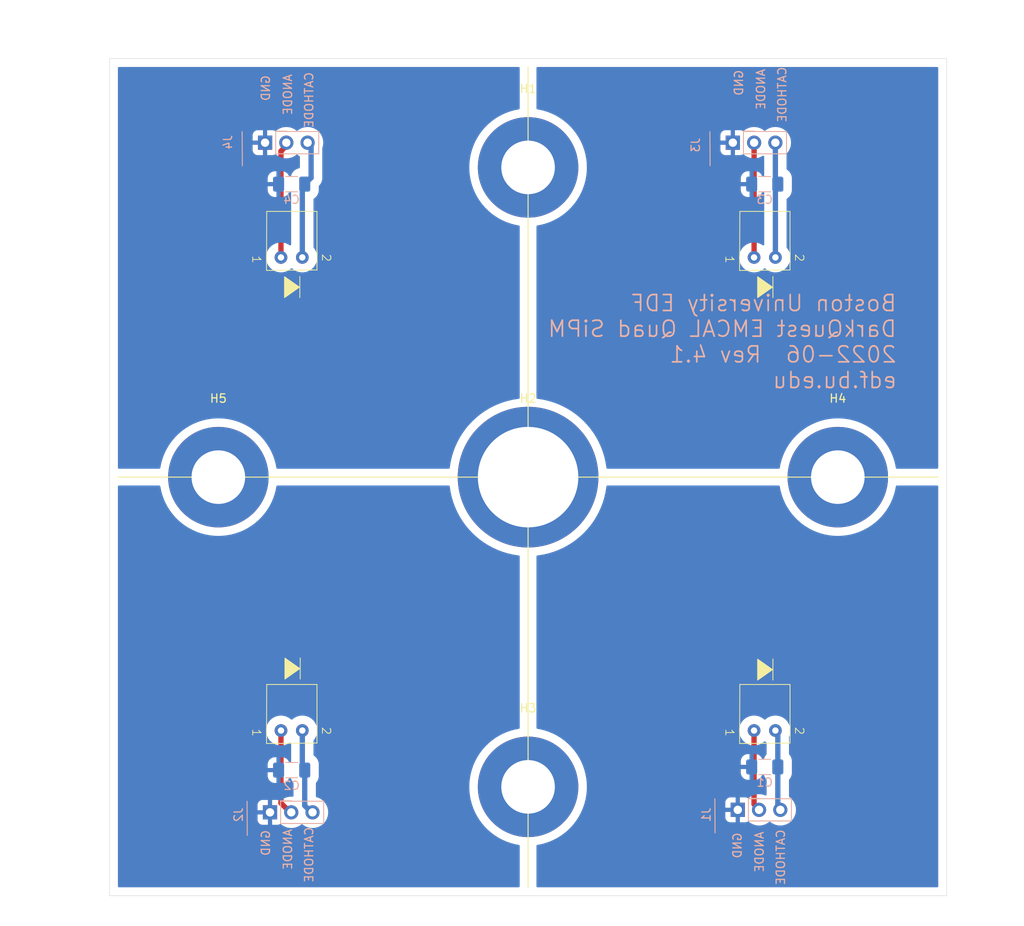
<source format=kicad_pcb>
(kicad_pcb (version 20221018) (generator pcbnew)
  (title_block (title "DarkQuest Quad SiPM (through-hole)"))
  (layers (0 "F.Cu" signal) (31 "B.Cu" signal) (34 "B.Paste" user) (35 "F.Paste" user) (36 "B.SilkS" user "B.Silkscreen") (37 "F.SilkS" user "F.Silkscreen") (38 "B.Mask" user) (39 "F.Mask" user) (44 "Edge.Cuts" user))
  (net 0 "")
  (net 1 "Net-(J1-Pin_1)")
  (net 2 "Net-(J2-Pin_1)")
  (net 3 "Net-(J3-Pin_1)")
  (net 4 "Net-(J4-Pin_1)")
  (net 5 "Net-(D1-K)")
  (net 6 "Net-(D2-K)")
  (net 7 "Net-(D3-K)")
  (net 8 "Net-(D4-K)")
  (net 9 "Net-(D1-A)")
  (net 10 "Net-(D2-A)")
  (net 11 "Net-(D3-A)")
  (net 12 "Net-(D4-A)")
  (footprint "quad_sipm:MountingHole_8.4mm_M8_Pad" (layer "F.Cu") (at 100 100)
    (fp_text reference "H2" (at 0 -9.4) (layer "F.SilkS"))
    (fp_text value "MountingHole")
    (pad "1" thru_hole circle (at 0 0) (size 16.8 16.8) (drill 12) (layers "*.Cu" "*.Mask"))
  )
  (footprint "quad_sipm:MountingHole_6.4_pad" (layer "F.Cu") (at 100 137)
    (fp_text reference "H3" (at 0 -9.4) (layer "F.SilkS"))
    (fp_text value "MountingHole")
    (pad "1" thru_hole circle (at 0 0) (size 12 12) (drill 6.4) (layers "*.Cu" "*.Mask"))
  )
  (footprint "quad_sipm:MountingHole_6.4_pad" (layer "F.Cu") (at 137 100)
    (fp_text reference "H4" (at 0 -9.4) (layer "F.SilkS"))
    (fp_text value "MountingHole")
    (pad "1" thru_hole circle (at 0 0) (size 12 12) (drill 6.4) (layers "*.Cu" "*.Mask"))
  )
  (footprint "quad_sipm:MountingHole_6.4_pad" (layer "F.Cu") (at 63 100)
    (fp_text reference "H5" (at 0 -9.4) (layer "F.SilkS"))
    (fp_text value "MountingHole")
    (pad "1" thru_hole circle (at 0 0) (size 12 12) (drill 6.4) (layers "*.Cu" "*.Mask"))
  )
  (footprint "quad_sipm:MountingHole_6.4_pad" (layer "F.Cu") (at 100 63)
    (fp_text reference "H1" (at 0 -9.4) (layer "F.SilkS"))
    (fp_text value "MountingHole")
    (pad "1" thru_hole circle (at 0 0) (size 12 12) (drill 6.4) (layers "*.Cu" "*.Mask"))
  )
  (footprint "Diode_THT:SiPM_throughhole" (layer "F.Cu") (at 71.755 128.27 -90)
    (fp_text reference "D2" hide)
    (fp_text value "D_SiPM")
    (fp_text user "2" (at 1.5 -3.55 -90 unlocked) (layer "F.SilkS") (effects (font (thickness 0.1)) (justify left bottom)))
    (fp_text user "1" (at 1.7 4.775 -90 unlocked) (layer "F.SilkS") (effects (font (thickness 0.1)) (justify left bottom)))
    (fp_line (start -4.15 -1.025) (end -6.675 -1.025) (stroke (width 0.1)) (layer "F.SilkS"))
    (fp_line (start -3.5 -3.025) (end 3.5 -3.025) (stroke (width 0.1)) (layer "F.SilkS"))
    (fp_line (start -3.5 2.975) (end -3.5 -3.025) (stroke (width 0.1)) (layer "F.SilkS"))
    (fp_line (start 3.5 -3.025) (end 3.55 3) (stroke (width 0.1)) (layer "F.SilkS"))
    (fp_line (start 3.55 3) (end -3.5 2.975) (stroke (width 0.1)) (layer "F.SilkS"))
    (fp_poly (pts (xy -4.15 0.8) (xy -5.4 -0.975) (xy -6.65 0.8)) (stroke (width 0.1)) (fill solid) (layer "F.SilkS"))
    (pad "1" thru_hole circle (at 2 1.275 270) (size 1.524 1.524) (drill 0.762) (layers "*.Cu" "*.Mask") (net 10 "Net-(D2-A)"))
    (pad "2" thru_hole circle (at 2 -1.275 270) (size 1.524 1.524) (drill 0.762) (layers "*.Cu" "*.Mask") (net 6 "Net-(D2-K)"))
  )
  (footprint "Diode_THT:SiPM_throughhole" (layer "F.Cu") (at 128.27 128.27 -90)
    (fp_text reference "D1" hide)
    (fp_text value "D_SiPM")
    (fp_text user "1" (at 1.7 4.775 -90 unlocked) (layer "F.SilkS") (effects (font (thickness 0.1)) (justify left bottom)))
    (fp_text user "2" (at 1.5 -3.55 -90 unlocked) (layer "F.SilkS") (effects (font (thickness 0.1)) (justify left bottom)))
    (fp_line (start -4.025 -0.975) (end -6.55 -0.975) (stroke (width 0.1)) (layer "F.SilkS"))
    (fp_line (start -3.5 -3.025) (end 3.5 -3.025) (stroke (width 0.1)) (layer "F.SilkS"))
    (fp_line (start -3.5 2.975) (end -3.5 -3.025) (stroke (width 0.1)) (layer "F.SilkS"))
    (fp_line (start 3.5 -3.025) (end 3.55 3) (stroke (width 0.1)) (layer "F.SilkS"))
    (fp_line (start 3.55 3) (end -3.5 2.975) (stroke (width 0.1)) (layer "F.SilkS"))
    (fp_poly (pts (xy -4.025 0.85) (xy -5.275 -0.925) (xy -6.525 0.85)) (stroke (width 0.1)) (fill solid) (layer "F.SilkS"))
    (pad "1" thru_hole circle (at 2 1.275 270) (size 1.524 1.524) (drill 0.762) (layers "*.Cu" "*.Mask") (net 9 "Net-(D1-A)"))
    (pad "2" thru_hole circle (at 2 -1.275 270) (size 1.524 1.524) (drill 0.762) (layers "*.Cu" "*.Mask") (net 5 "Net-(D1-K)"))
  )
  (footprint "Diode_THT:SiPM_throughhole" (layer "F.Cu") (at 71.755 71.755 -90)
    (fp_text reference "D4" hide)
    (fp_text value "D_SiPM")
    (fp_text user "1" (at 1.7 4.775 -90 unlocked) (layer "F.SilkS") (effects (font (thickness 0.1)) (justify left bottom)))
    (fp_text user "2" (at 1.5 -3.55 -90 unlocked) (layer "F.SilkS") (effects (font (thickness 0.1)) (justify left bottom)))
    (fp_line (start -3.5 -3.025) (end 3.5 -3.025) (stroke (width 0.1)) (layer "F.SilkS"))
    (fp_line (start -3.5 2.975) (end -3.5 -3.025) (stroke (width 0.1)) (layer "F.SilkS"))
    (fp_line (start 3.5 -3.025) (end 3.55 3) (stroke (width 0.1)) (layer "F.SilkS"))
    (fp_line (start 3.55 3) (end -3.5 2.975) (stroke (width 0.1)) (layer "F.SilkS"))
    (fp_line (start 6.8 -0.975) (end 4.275 -0.975) (stroke (width 0.1)) (layer "F.SilkS"))
    (fp_poly (pts (xy 6.8 0.85) (xy 5.55 -0.925) (xy 4.3 0.85)) (stroke (width 0.1)) (fill solid) (layer "F.SilkS"))
    (pad "1" thru_hole circle (at 2 1.275 270) (size 1.524 1.524) (drill 0.762) (layers "*.Cu" "*.Mask") (net 12 "Net-(D4-A)"))
    (pad "2" thru_hole circle (at 2 -1.275 270) (size 1.524 1.524) (drill 0.762) (layers "*.Cu" "*.Mask") (net 8 "Net-(D4-K)"))
  )
  (footprint "Diode_THT:SiPM_throughhole" (layer "F.Cu") (at 128.27 71.755 -90)
    (fp_text reference "D3" hide)
    (fp_text value "D_SiPM")
    (fp_text user "1" (at 1.7 4.775 -90 unlocked) (layer "F.SilkS") (effects (font (thickness 0.1)) (justify left bottom)))
    (fp_text user "2" (at 1.5 -3.55 -90 unlocked) (layer "F.SilkS") (effects (font (thickness 0.1)) (justify left bottom)))
    (fp_line (start -3.5 -3.025) (end 3.5 -3.025) (stroke (width 0.1)) (layer "F.SilkS"))
    (fp_line (start -3.5 2.975) (end -3.5 -3.025) (stroke (width 0.1)) (layer "F.SilkS"))
    (fp_line (start 3.5 -3.025) (end 3.55 3) (stroke (width 0.1)) (layer "F.SilkS"))
    (fp_line (start 3.55 3) (end -3.5 2.975) (stroke (width 0.1)) (layer "F.SilkS"))
    (fp_line (start 6.8 -0.975) (end 4.275 -0.975) (stroke (width 0.1)) (layer "F.SilkS"))
    (fp_poly (pts (xy 6.8 0.85) (xy 5.55 -0.925) (xy 4.3 0.85)) (stroke (width 0.1)) (fill solid) (layer "F.SilkS"))
    (pad "1" thru_hole circle (at 2 1.275 270) (size 1.524 1.524) (drill 0.762) (layers "*.Cu" "*.Mask") (net 11 "Net-(D3-A)"))
    (pad "2" thru_hole circle (at 2 -1.275 270) (size 1.524 1.524) (drill 0.762) (layers "*.Cu" "*.Mask") (net 7 "Net-(D3-K)"))
  )
  (footprint "Connector_PinHeader_2.54mm:PinHeader_1x03_P2.54mm_Vertical" (layer "B.Cu") (at 127.635 139.7 -90)
    (fp_text reference "J1" (at 0.635 6.35 90) (layer "B.SilkS") (effects (justify mirror)))
    (fp_text value "8-102202-4")
    (fp_line (start -1.33 0) (end -1.33 1.33) (stroke (width 0.12)) (layer "B.SilkS"))
    (fp_line (start -1.285 -3.825) (end 1.375 -3.825) (stroke (width 0.12)) (layer "B.SilkS"))
    (fp_line (start -1.285 1.315) (end -1.285 -3.825) (stroke (width 0.12)) (layer "B.SilkS"))
    (fp_line (start -1.285 1.315) (end 1.375 1.315) (stroke (width 0.12)) (layer "B.SilkS"))
    (fp_line (start -1.275 5.325) (end 2.8 5.3) (stroke (width 0.12)) (layer "B.SilkS"))
    (fp_line (start 1.375 1.315) (end 1.375 -3.825) (stroke (width 0.12)) (layer "B.SilkS"))
    (pad "1" thru_hole rect (at 0.045 2.585 270) (size 1.7 1.7) (drill 1) (layers "*.Cu" "*.Mask") (net 1 "Net-(J1-Pin_1)"))
    (pad "2" thru_hole oval (at 0.045 0.045 270) (size 1.7 1.7) (drill 1) (layers "*.Cu" "*.Mask") (net 9 "Net-(D1-A)"))
    (pad "3" thru_hole oval (at 0.045 -2.495 270) (size 1.7 1.7) (drill 1) (layers "*.Cu" "*.Mask") (net 5 "Net-(D1-K)"))
  )
  (footprint "Capacitor_SMD:C_1206_3216Metric_Pad1.33x1.80mm_HandSolder" (layer "B.Cu") (at 71.755 65)
    (fp_text reference "C4" (at 0 1.85) (layer "B.SilkS") (effects (justify mirror)))
    (fp_text value "10nF 100V")
    (fp_line (start -0.711252 -0.91) (end 0.711252 -0.91) (stroke (width 0.12)) (layer "B.SilkS"))
    (fp_line (start -0.711252 0.91) (end 0.711252 0.91) (stroke (width 0.12)) (layer "B.SilkS"))
    (pad "1" smd roundrect (at -1.5625 0) (size 1.325 1.8) (layers "B.Cu" "B.Paste" "B.Mask") (roundrect_rratio 0.1886792453) (net 4 "Net-(J4-Pin_1)"))
    (pad "2" smd roundrect (at 1.5625 0) (size 1.325 1.8) (layers "B.Cu" "B.Paste" "B.Mask") (roundrect_rratio 0.1886792453) (net 8 "Net-(D4-K)"))
  )
  (footprint "Connector_PinHeader_2.54mm:PinHeader_1x03_P2.54mm_Vertical" (layer "B.Cu") (at 127.045 60 -90)
    (fp_text reference "J3" (at 0.325 7.03 90) (layer "B.SilkS") (effects (justify mirror)))
    (fp_text value "8-102202-4")
    (fp_line (start -1.33 0) (end -1.33 1.33) (stroke (width 0.12)) (layer "B.SilkS"))
    (fp_line (start -1.285 -3.825) (end 1.375 -3.825) (stroke (width 0.12)) (layer "B.SilkS"))
    (fp_line (start -1.285 1.315) (end -1.285 -3.825) (stroke (width 0.12)) (layer "B.SilkS"))
    (fp_line (start -1.285 1.315) (end 1.375 1.315) (stroke (width 0.12)) (layer "B.SilkS"))
    (fp_line (start -1.275 5.325) (end 2.8 5.3) (stroke (width 0.12)) (layer "B.SilkS"))
    (fp_line (start 1.375 1.315) (end 1.375 -3.825) (stroke (width 0.12)) (layer "B.SilkS"))
    (pad "1" thru_hole rect (at 0.045 2.585 270) (size 1.7 1.7) (drill 1) (layers "*.Cu" "*.Mask") (net 3 "Net-(J3-Pin_1)"))
    (pad "2" thru_hole oval (at 0.045 0.045 270) (size 1.7 1.7) (drill 1) (layers "*.Cu" "*.Mask") (net 11 "Net-(D3-A)"))
    (pad "3" thru_hole oval (at 0.045 -2.495 270) (size 1.7 1.7) (drill 1) (layers "*.Cu" "*.Mask") (net 7 "Net-(D3-K)"))
  )
  (footprint "Connector_PinHeader_2.54mm:PinHeader_1x03_P2.54mm_Vertical" (layer "B.Cu") (at 71.165 60 -90)
    (fp_text reference "J4" (at 0 7.03 90) (layer "B.SilkS") (effects (justify mirror)))
    (fp_text value "8-102202-4")
    (fp_line (start -1.33 0) (end -1.33 1.33) (stroke (width 0.12)) (layer "B.SilkS"))
    (fp_line (start -1.285 -3.825) (end 1.375 -3.825) (stroke (width 0.12)) (layer "B.SilkS"))
    (fp_line (start -1.285 1.315) (end -1.285 -3.825) (stroke (width 0.12)) (layer "B.SilkS"))
    (fp_line (start -1.285 1.315) (end 1.375 1.315) (stroke (width 0.12)) (layer "B.SilkS"))
    (fp_line (start -1.275 5.325) (end 2.8 5.3) (stroke (width 0.12)) (layer "B.SilkS"))
    (fp_line (start 1.375 1.315) (end 1.375 -3.825) (stroke (width 0.12)) (layer "B.SilkS"))
    (pad "1" thru_hole rect (at 0.045 2.585 270) (size 1.7 1.7) (drill 1) (layers "*.Cu" "*.Mask") (net 4 "Net-(J4-Pin_1)"))
    (pad "2" thru_hole oval (at 0.045 0.045 270) (size 1.7 1.7) (drill 1) (layers "*.Cu" "*.Mask") (net 12 "Net-(D4-A)"))
    (pad "3" thru_hole oval (at 0.045 -2.495 270) (size 1.7 1.7) (drill 1) (layers "*.Cu" "*.Mask") (net 8 "Net-(D4-K)"))
  )
  (footprint "Capacitor_SMD:C_1206_3216Metric_Pad1.33x1.80mm_HandSolder" (layer "B.Cu") (at 128.27 65)
    (fp_text reference "C3" (at 0 1.85) (layer "B.SilkS") (effects (justify mirror)))
    (fp_text value "10nF 100V")
    (fp_line (start -0.711252 -0.91) (end 0.711252 -0.91) (stroke (width 0.12)) (layer "B.SilkS"))
    (fp_line (start -0.711252 0.91) (end 0.711252 0.91) (stroke (width 0.12)) (layer "B.SilkS"))
    (pad "1" smd roundrect (at -1.5625 0) (size 1.325 1.8) (layers "B.Cu" "B.Paste" "B.Mask") (roundrect_rratio 0.1886792453) (net 3 "Net-(J3-Pin_1)"))
    (pad "2" smd roundrect (at 1.5625 0) (size 1.325 1.8) (layers "B.Cu" "B.Paste" "B.Mask") (roundrect_rratio 0.1886792453) (net 7 "Net-(D3-K)"))
  )
  (footprint "Connector_PinHeader_2.54mm:PinHeader_1x03_P2.54mm_Vertical" (layer "B.Cu") (at 71.755 140 -90)
    (fp_text reference "J2" (at 0.335 6.35 -90) (layer "B.SilkS") (effects (justify mirror)))
    (fp_text value "8-102202-4")
    (fp_line (start -1.33 0) (end -1.33 1.33) (stroke (width 0.12)) (layer "B.SilkS"))
    (fp_line (start -1.285 -3.825) (end 1.375 -3.825) (stroke (width 0.12)) (layer "B.SilkS"))
    (fp_line (start -1.285 1.315) (end -1.285 -3.825) (stroke (width 0.12)) (layer "B.SilkS"))
    (fp_line (start -1.285 1.315) (end 1.375 1.315) (stroke (width 0.12)) (layer "B.SilkS"))
    (fp_line (start -1.275 5.325) (end 2.8 5.3) (stroke (width 0.12)) (layer "B.SilkS"))
    (fp_line (start 1.375 1.315) (end 1.375 -3.825) (stroke (width 0.12)) (layer "B.SilkS"))
    (pad "1" thru_hole rect (at 0.045 2.585 270) (size 1.7 1.7) (drill 1) (layers "*.Cu" "*.Mask") (net 2 "Net-(J2-Pin_1)"))
    (pad "2" thru_hole oval (at 0.045 0.045 270) (size 1.7 1.7) (drill 1) (layers "*.Cu" "*.Mask") (net 10 "Net-(D2-A)"))
    (pad "3" thru_hole oval (at 0.045 -2.495 270) (size 1.7 1.7) (drill 1) (layers "*.Cu" "*.Mask") (net 6 "Net-(D2-K)"))
  )
  (footprint "Capacitor_SMD:C_1206_3216Metric_Pad1.33x1.80mm_HandSolder" (layer "B.Cu") (at 128.27 134.62)
    (fp_text reference "C1" (at 0 1.85) (layer "B.SilkS") (effects (justify mirror)))
    (fp_text value "10nF 100V")
    (fp_line (start -0.711252 -0.91) (end 0.711252 -0.91) (stroke (width 0.12)) (layer "B.SilkS"))
    (fp_line (start -0.711252 0.91) (end 0.711252 0.91) (stroke (width 0.12)) (layer "B.SilkS"))
    (pad "1" smd roundrect (at -1.5625 0) (size 1.325 1.8) (layers "B.Cu" "B.Paste" "B.Mask") (roundrect_rratio 0.1886792453) (net 1 "Net-(J1-Pin_1)"))
    (pad "2" smd roundrect (at 1.5625 0) (size 1.325 1.8) (layers "B.Cu" "B.Paste" "B.Mask") (roundrect_rratio 0.1886792453) (net 5 "Net-(D1-K)"))
  )
  (footprint "Capacitor_SMD:C_1206_3216Metric_Pad1.33x1.80mm_HandSolder" (layer "B.Cu") (at 71.755 135)
    (fp_text reference "C2" (at 0 1.85) (layer "B.SilkS") (effects (justify mirror)))
    (fp_text value "10nF 100V")
    (fp_line (start -0.711252 -0.91) (end 0.711252 -0.91) (stroke (width 0.12)) (layer "B.SilkS"))
    (fp_line (start -0.711252 0.91) (end 0.711252 0.91) (stroke (width 0.12)) (layer "B.SilkS"))
    (pad "1" smd roundrect (at -1.5625 0) (size 1.325 1.8) (layers "B.Cu" "B.Paste" "B.Mask") (roundrect_rratio 0.1886792453) (net 2 "Net-(J2-Pin_1)"))
    (pad "2" smd roundrect (at 1.5625 0) (size 1.325 1.8) (layers "B.Cu" "B.Paste" "B.Mask") (roundrect_rratio 0.1886792453) (net 6 "Net-(D2-K)"))
  )
  (gr_line (start 51 100) (end 149 100) (stroke (width 0.12)) (layer "F.SilkS"))
  (gr_line (start 100 51) (end 100 149) (stroke (width 0.12)) (layer "F.SilkS"))
  (gr_line (start 50 150) (end 50 50) (stroke (width 0.05)) (layer "Edge.Cuts"))
  (gr_line (start 150 150) (end 50 150) (stroke (width 0.05)) (layer "Edge.Cuts"))
  (gr_line (start 50 50) (end 150 50) (stroke (width 0.05)) (layer "Edge.Cuts"))
  (gr_line (start 150 50) (end 150 150) (stroke (width 0.05)) (layer "Edge.Cuts"))
  (gr_text "CATHODE" (at 130.35 54.31 90) (layer "B.SilkS") (effects (font (size 1 1)) (justify mirror)))
  (gr_text "GND" (at 125.175 52.895 90) (layer "B.SilkS") (effects (font (size 1 1)) (justify mirror)))
  (gr_text "ANODE" (at 127.81 53.675 90) (layer "B.SilkS") (effects (font (size 1 1)) (justify mirror)))
  (gr_text "GND" (at 68.66 143.7 90) (layer "B.SilkS") (effects (font (size 1 1)) (justify mirror)))
  (gr_text "ANODE" (at 71.295 144.48 90) (layer "B.SilkS") (effects (font (size 1 1)) (justify mirror)))
  (gr_text "CATHODE" (at 73.835 54.945 90) (layer "B.SilkS") (effects (font (size 1 1)) (justify mirror)))
  (gr_text "ANODE" (at 71.295 54.31 90) (layer "B.SilkS") (effects (font (size 1 1)) (justify mirror)))
  (gr_text "CATHODE" (at 73.835 145.115 90) (layer "B.SilkS") (effects (font (size 1 1)) (justify mirror)))
  (gr_text "ANODE" (at 127.635 144.78 90) (layer "B.SilkS") (effects (font (size 1 1)) (justify mirror)))
  (gr_text "GND" (at 125 144 90) (layer "B.SilkS") (effects (font (size 1 1)) (justify mirror)))
  (gr_text "CATHODE" (at 130.175 145.415 90) (layer "B.SilkS") (effects (font (size 1 1)) (justify mirror)))
  (gr_text "Boston University EDF\nDarkQuest EMCAL Quad SiPM\n2022-06  Rev 4.1\nedf.bu.edu" (at 144.145 83.82) (layer "B.SilkS") (effects (font (size 1.905 1.905) (thickness 0.2032)) (justify left mirror)))
  (gr_text "GND" (at 68.66 53.53 90) (layer "B.SilkS") (effects (font (size 1 1)) (justify mirror)))
  (segment (start 129.8325 134.62) (end 129.8325 130.5575) (width 0.635) (layer "B.Cu") (net 5))
  (segment (start 129.8325 139.4475) (end 130.13 139.745) (width 0.635) (layer "B.Cu") (net 5))
  (segment (start 129.8325 134.62) (end 129.8325 139.4475) (width 0.635) (layer "B.Cu") (net 5))
  (segment (start 129.8325 139.3575) (end 130.175 139.7) (width 0.635) (layer "B.Cu") (net 5))
  (segment (start 129.8325 130.5575) (end 129.545 130.27) (width 0.635) (layer "B.Cu") (net 5))
  (segment (start 73.03 130.27) (end 73.03 134.7125) (width 0.635) (layer "B.Cu") (net 6))
  (segment (start 73.3175 139.2375) (end 74.08 140) (width 0.635) (layer "B.Cu") (net 6))
  (segment (start 73.03 134.7125) (end 73.3175 135) (width 0.635) (layer "B.Cu") (net 6))
  (segment (start 73.3175 135) (end 73.3175 139.2375) (width 0.635) (layer "B.Cu") (net 6))
  (segment (start 129.54 60.045) (end 129.54 64.7075) (width 0.635) (layer "B.Cu") (net 7))
  (segment (start 129.545 73.755) (end 129.545 65.2875) (width 0.635) (layer "B.Cu") (net 7))
  (segment (start 129.54 64.7075) (end 129.8325 65) (width 0.635) (layer "B.Cu") (net 7))
  (segment (start 73.03 73.755) (end 73.03 65.2875) (width 0.635) (layer "B.Cu") (net 8))
  (segment (start 74.08 60) (end 74.08 64.2375) (width 0.635) (layer "B.Cu") (net 8))
  (segment (start 73.03 65.2875) (end 73.3175 65) (width 0.635) (layer "B.Cu") (net 8))
  (segment (start 74.08 64.2375) (end 73.3175 65) (width 0.635) (layer "B.Cu") (net 8))
  (segment (start 126.995 139.06) (end 127.635 139.7) (width 0.635) (layer "F.Cu") (net 9))
  (segment (start 126.995 130.27) (end 126.995 139.06) (width 0.635) (layer "F.Cu") (net 9))
  (segment (start 70.48 130.27) (end 70.48 138.94) (width 0.635) (layer "F.Cu") (net 10))
  (segment (start 70.48 138.94) (end 71.54 140) (width 0.635) (layer "F.Cu") (net 10))
  (segment (start 127 73.75) (end 126.995 73.755) (width 0.635) (layer "F.Cu") (net 11))
  (segment (start 127 60.045) (end 127 73.75) (width 0.635) (layer "F.Cu") (net 11))
  (segment (start 70.48 73.755) (end 70.48 61.06) (width 0.635) (layer "F.Cu") (net 12))
  (segment (start 70.48 61.06) (end 71.54 60) (width 0.635) (layer "F.Cu") (net 12))
  (zone (net 3) (net_name "Net-(J3-Pin_1)") (layer "B.Cu") (connect_pads (clearance 1.016)) (min_thickness 0.254) (fill yes (thermal_gap 0.635) (thermal_bridge_width 0.508))
    (polygon (pts (xy 149 99) (xy 101 99) (xy 101 51) (xy 149 51)))
  )
  (zone (net 4) (net_name "Net-(J4-Pin_1)") (layer "B.Cu") (connect_pads (clearance 1.016)) (min_thickness 0.254) (fill yes (thermal_gap 0.635) (thermal_bridge_width 0.508))
    (polygon (pts (xy 99 99) (xy 51 99) (xy 51 51) (xy 99 51)))
  )
  (zone (net 1) (net_name "Net-(J1-Pin_1)") (layer "B.Cu") (connect_pads (clearance 1.016)) (min_thickness 0.254) (fill yes (thermal_gap 0.635) (thermal_bridge_width 0.508))
    (polygon (pts (xy 149 149) (xy 101 149) (xy 101 101) (xy 149 101)))
  )
  (zone (net 2) (net_name "Net-(J2-Pin_1)") (layer "B.Cu") (connect_pads (clearance 1.016)) (min_thickness 0.254) (fill yes (thermal_gap 0.635) (thermal_bridge_width 0.508))
    (polygon (pts (xy 99 149) (xy 51 149) (xy 51 101) (xy 99 101)))
  )
)
</source>
